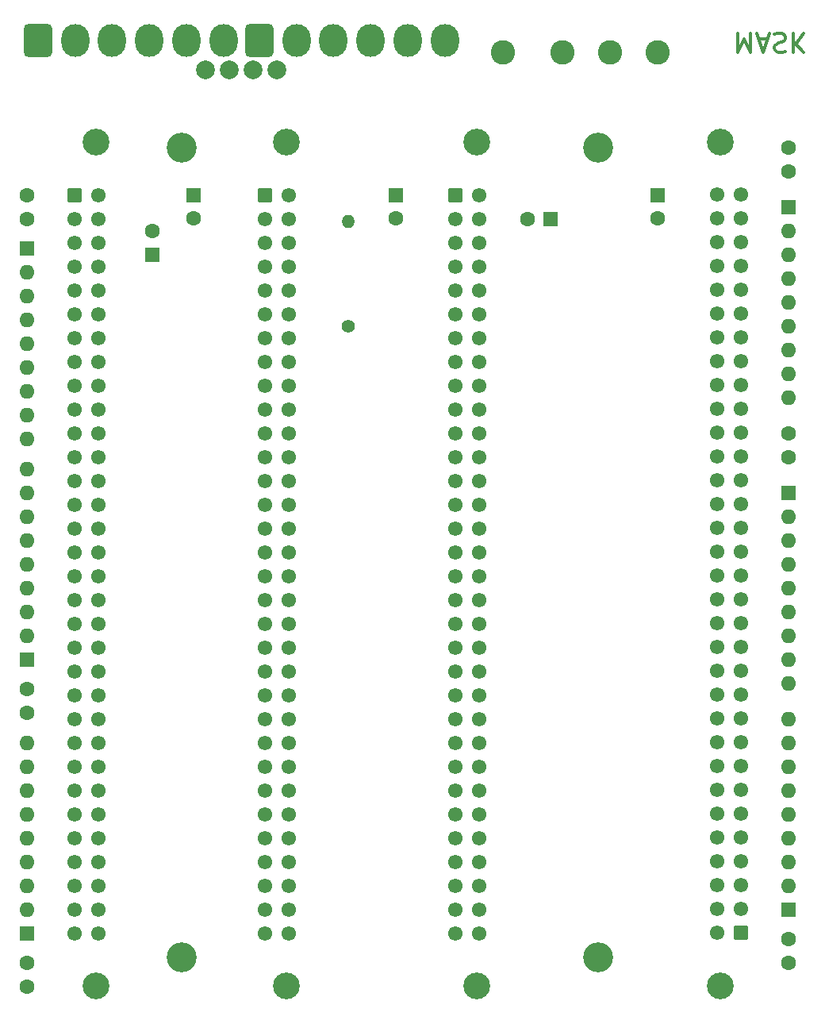
<source format=gbr>
%TF.GenerationSoftware,KiCad,Pcbnew,7.0.8+1*%
%TF.CreationDate,2023-11-05T23:31:33+01:00*%
%TF.ProjectId,QL_qplane,514c5f71-706c-4616-9e65-2e6b69636164,0.1*%
%TF.SameCoordinates,Original*%
%TF.FileFunction,Soldermask,Bot*%
%TF.FilePolarity,Negative*%
%FSLAX46Y46*%
G04 Gerber Fmt 4.6, Leading zero omitted, Abs format (unit mm)*
G04 Created by KiCad (PCBNEW 7.0.8+1) date 2023-11-05 23:31:33*
%MOMM*%
%LPD*%
G01*
G04 APERTURE LIST*
G04 Aperture macros list*
%AMRoundRect*
0 Rectangle with rounded corners*
0 $1 Rounding radius*
0 $2 $3 $4 $5 $6 $7 $8 $9 X,Y pos of 4 corners*
0 Add a 4 corners polygon primitive as box body*
4,1,4,$2,$3,$4,$5,$6,$7,$8,$9,$2,$3,0*
0 Add four circle primitives for the rounded corners*
1,1,$1+$1,$2,$3*
1,1,$1+$1,$4,$5*
1,1,$1+$1,$6,$7*
1,1,$1+$1,$8,$9*
0 Add four rect primitives between the rounded corners*
20,1,$1+$1,$2,$3,$4,$5,0*
20,1,$1+$1,$4,$5,$6,$7,0*
20,1,$1+$1,$6,$7,$8,$9,0*
20,1,$1+$1,$8,$9,$2,$3,0*%
G04 Aperture macros list end*
%ADD10C,0.300000*%
%ADD11RoundRect,0.431034X-1.068966X-1.318966X1.068966X-1.318966X1.068966X1.318966X-1.068966X1.318966X0*%
%ADD12O,3.000000X3.500000*%
%ADD13R,1.600000X1.600000*%
%ADD14O,1.600000X1.600000*%
%ADD15C,2.600000*%
%ADD16C,1.600000*%
%ADD17C,2.850000*%
%ADD18RoundRect,0.249999X-0.525001X-0.525001X0.525001X-0.525001X0.525001X0.525001X-0.525001X0.525001X0*%
%ADD19C,1.550000*%
%ADD20RoundRect,0.249999X0.525001X0.525001X-0.525001X0.525001X-0.525001X-0.525001X0.525001X-0.525001X0*%
%ADD21C,3.200000*%
%ADD22C,2.000000*%
%ADD23C,1.400000*%
%ADD24O,1.400000X1.400000*%
G04 APERTURE END LIST*
D10*
X154057558Y-45599361D02*
X154057558Y-47599361D01*
X154057558Y-47599361D02*
X154724225Y-46170790D01*
X154724225Y-46170790D02*
X155390891Y-47599361D01*
X155390891Y-47599361D02*
X155390891Y-45599361D01*
X156248034Y-46170790D02*
X157200415Y-46170790D01*
X156057558Y-45599361D02*
X156724224Y-47599361D01*
X156724224Y-47599361D02*
X157390891Y-45599361D01*
X157962320Y-45694600D02*
X158248034Y-45599361D01*
X158248034Y-45599361D02*
X158724225Y-45599361D01*
X158724225Y-45599361D02*
X158914701Y-45694600D01*
X158914701Y-45694600D02*
X159009939Y-45789838D01*
X159009939Y-45789838D02*
X159105177Y-45980314D01*
X159105177Y-45980314D02*
X159105177Y-46170790D01*
X159105177Y-46170790D02*
X159009939Y-46361266D01*
X159009939Y-46361266D02*
X158914701Y-46456504D01*
X158914701Y-46456504D02*
X158724225Y-46551742D01*
X158724225Y-46551742D02*
X158343272Y-46646980D01*
X158343272Y-46646980D02*
X158152796Y-46742219D01*
X158152796Y-46742219D02*
X158057558Y-46837457D01*
X158057558Y-46837457D02*
X157962320Y-47027933D01*
X157962320Y-47027933D02*
X157962320Y-47218409D01*
X157962320Y-47218409D02*
X158057558Y-47408885D01*
X158057558Y-47408885D02*
X158152796Y-47504123D01*
X158152796Y-47504123D02*
X158343272Y-47599361D01*
X158343272Y-47599361D02*
X158819463Y-47599361D01*
X158819463Y-47599361D02*
X159105177Y-47504123D01*
X159962320Y-45599361D02*
X159962320Y-47599361D01*
X161105177Y-45599361D02*
X160248034Y-46742219D01*
X161105177Y-47599361D02*
X159962320Y-46456504D01*
D11*
%TO.C,P8*%
X79343000Y-46355000D03*
D12*
X83305400Y-46355000D03*
X87267800Y-46355000D03*
X91230200Y-46355000D03*
X95192600Y-46355000D03*
X99155000Y-46355000D03*
%TD*%
D11*
%TO.C,P9*%
X102965000Y-46355000D03*
D12*
X106927400Y-46355000D03*
X110889800Y-46355000D03*
X114852200Y-46355000D03*
X118814600Y-46355000D03*
X122777000Y-46355000D03*
%TD*%
D13*
%TO.C,RN3*%
X78200000Y-141605000D03*
D14*
X78200000Y-139065000D03*
X78200000Y-136525000D03*
X78200000Y-133985000D03*
X78200000Y-131445000D03*
X78200000Y-128905000D03*
X78200000Y-126365000D03*
X78200000Y-123825000D03*
X78200000Y-121285000D03*
%TD*%
D15*
%TO.C,J6*%
X140430000Y-47625000D03*
%TD*%
D13*
%TO.C,C8*%
X145510000Y-62865000D03*
D16*
X145510000Y-65365000D03*
%TD*%
D13*
%TO.C,RN4*%
X159480000Y-64135000D03*
D14*
X159480000Y-66675000D03*
X159480000Y-69215000D03*
X159480000Y-71755000D03*
X159480000Y-74295000D03*
X159480000Y-76835000D03*
X159480000Y-79375000D03*
X159480000Y-81915000D03*
X159480000Y-84455000D03*
%TD*%
D16*
%TO.C,C10*%
X78200000Y-118070000D03*
X78200000Y-115570000D03*
%TD*%
D15*
%TO.C,J8*%
X135350000Y-47625000D03*
%TD*%
D17*
%TO.C,J1*%
X85520000Y-57235000D03*
X85520000Y-147235000D03*
D18*
X83280000Y-62865000D03*
D19*
X83280000Y-65405000D03*
X83280000Y-67945000D03*
X83280000Y-70485000D03*
X83280000Y-73025000D03*
X83280000Y-75565000D03*
X83280000Y-78105000D03*
X83280000Y-80645000D03*
X83280000Y-83185000D03*
X83280000Y-85725000D03*
X83280000Y-88265000D03*
X83280000Y-90805000D03*
X83280000Y-93345000D03*
X83280000Y-95885000D03*
X83280000Y-98425000D03*
X83280000Y-100965000D03*
X83280000Y-103505000D03*
X83280000Y-106045000D03*
X83280000Y-108585000D03*
X83280000Y-111125000D03*
X83280000Y-113665000D03*
X83280000Y-116205000D03*
X83280000Y-118745000D03*
X83280000Y-121285000D03*
X83280000Y-123825000D03*
X83280000Y-126365000D03*
X83280000Y-128905000D03*
X83280000Y-131445000D03*
X83280000Y-133985000D03*
X83280000Y-136525000D03*
X83280000Y-139065000D03*
X83280000Y-141605000D03*
X85820000Y-62865000D03*
X85820000Y-65405000D03*
X85820000Y-67945000D03*
X85820000Y-70485000D03*
X85820000Y-73025000D03*
X85820000Y-75565000D03*
X85820000Y-78105000D03*
X85820000Y-80645000D03*
X85820000Y-83185000D03*
X85820000Y-85725000D03*
X85820000Y-88265000D03*
X85820000Y-90805000D03*
X85820000Y-93345000D03*
X85820000Y-95885000D03*
X85820000Y-98425000D03*
X85820000Y-100965000D03*
X85820000Y-103505000D03*
X85820000Y-106045000D03*
X85820000Y-108585000D03*
X85820000Y-111125000D03*
X85820000Y-113665000D03*
X85820000Y-116205000D03*
X85820000Y-118745000D03*
X85820000Y-121285000D03*
X85820000Y-123825000D03*
X85820000Y-126365000D03*
X85820000Y-128905000D03*
X85820000Y-131445000D03*
X85820000Y-133985000D03*
X85820000Y-136525000D03*
X85820000Y-139065000D03*
X85820000Y-141605000D03*
%TD*%
D15*
%TO.C,J5*%
X129000000Y-47625000D03*
%TD*%
D16*
%TO.C,C7*%
X159480000Y-142240000D03*
X159480000Y-144740000D03*
%TD*%
%TO.C,C9*%
X78200000Y-62885000D03*
X78200000Y-65385000D03*
%TD*%
D17*
%TO.C,J4*%
X152160000Y-147184200D03*
X152160000Y-57184200D03*
D20*
X154400000Y-141554200D03*
D19*
X154400000Y-139014200D03*
X154400000Y-136474200D03*
X154400000Y-133934200D03*
X154400000Y-131394200D03*
X154400000Y-128854200D03*
X154400000Y-126314200D03*
X154400000Y-123774200D03*
X154400000Y-121234200D03*
X154400000Y-118694200D03*
X154400000Y-116154200D03*
X154400000Y-113614200D03*
X154400000Y-111074200D03*
X154400000Y-108534200D03*
X154400000Y-105994200D03*
X154400000Y-103454200D03*
X154400000Y-100914200D03*
X154400000Y-98374200D03*
X154400000Y-95834200D03*
X154400000Y-93294200D03*
X154400000Y-90754200D03*
X154400000Y-88214200D03*
X154400000Y-85674200D03*
X154400000Y-83134200D03*
X154400000Y-80594200D03*
X154400000Y-78054200D03*
X154400000Y-75514200D03*
X154400000Y-72974200D03*
X154400000Y-70434200D03*
X154400000Y-67894200D03*
X154400000Y-65354200D03*
X154400000Y-62814200D03*
X151860000Y-141554200D03*
X151860000Y-139014200D03*
X151860000Y-136474200D03*
X151860000Y-133934200D03*
X151860000Y-131394200D03*
X151860000Y-128854200D03*
X151860000Y-126314200D03*
X151860000Y-123774200D03*
X151860000Y-121234200D03*
X151860000Y-118694200D03*
X151860000Y-116154200D03*
X151860000Y-113614200D03*
X151860000Y-111074200D03*
X151860000Y-108534200D03*
X151860000Y-105994200D03*
X151860000Y-103454200D03*
X151860000Y-100914200D03*
X151860000Y-98374200D03*
X151860000Y-95834200D03*
X151860000Y-93294200D03*
X151860000Y-90754200D03*
X151860000Y-88214200D03*
X151860000Y-85674200D03*
X151860000Y-83134200D03*
X151860000Y-80594200D03*
X151860000Y-78054200D03*
X151860000Y-75514200D03*
X151860000Y-72974200D03*
X151860000Y-70434200D03*
X151860000Y-67894200D03*
X151860000Y-65354200D03*
X151860000Y-62814200D03*
%TD*%
D21*
%TO.C,H3*%
X94710000Y-57785000D03*
%TD*%
D13*
%TO.C,RN2*%
X78200000Y-112395000D03*
D14*
X78200000Y-109855000D03*
X78200000Y-107315000D03*
X78200000Y-104775000D03*
X78200000Y-102235000D03*
X78200000Y-99695000D03*
X78200000Y-97155000D03*
X78200000Y-94615000D03*
X78200000Y-92075000D03*
%TD*%
D13*
%TO.C,RN1*%
X78200000Y-68580000D03*
D14*
X78200000Y-71120000D03*
X78200000Y-73660000D03*
X78200000Y-76200000D03*
X78200000Y-78740000D03*
X78200000Y-81280000D03*
X78200000Y-83820000D03*
X78200000Y-86360000D03*
X78200000Y-88900000D03*
%TD*%
D17*
%TO.C,J3*%
X126160000Y-57235000D03*
X126160000Y-147235000D03*
D18*
X123920000Y-62865000D03*
D19*
X123920000Y-65405000D03*
X123920000Y-67945000D03*
X123920000Y-70485000D03*
X123920000Y-73025000D03*
X123920000Y-75565000D03*
X123920000Y-78105000D03*
X123920000Y-80645000D03*
X123920000Y-83185000D03*
X123920000Y-85725000D03*
X123920000Y-88265000D03*
X123920000Y-90805000D03*
X123920000Y-93345000D03*
X123920000Y-95885000D03*
X123920000Y-98425000D03*
X123920000Y-100965000D03*
X123920000Y-103505000D03*
X123920000Y-106045000D03*
X123920000Y-108585000D03*
X123920000Y-111125000D03*
X123920000Y-113665000D03*
X123920000Y-116205000D03*
X123920000Y-118745000D03*
X123920000Y-121285000D03*
X123920000Y-123825000D03*
X123920000Y-126365000D03*
X123920000Y-128905000D03*
X123920000Y-131445000D03*
X123920000Y-133985000D03*
X123920000Y-136525000D03*
X123920000Y-139065000D03*
X123920000Y-141605000D03*
X126460000Y-62865000D03*
X126460000Y-65405000D03*
X126460000Y-67945000D03*
X126460000Y-70485000D03*
X126460000Y-73025000D03*
X126460000Y-75565000D03*
X126460000Y-78105000D03*
X126460000Y-80645000D03*
X126460000Y-83185000D03*
X126460000Y-85725000D03*
X126460000Y-88265000D03*
X126460000Y-90805000D03*
X126460000Y-93345000D03*
X126460000Y-95885000D03*
X126460000Y-98425000D03*
X126460000Y-100965000D03*
X126460000Y-103505000D03*
X126460000Y-106045000D03*
X126460000Y-108585000D03*
X126460000Y-111125000D03*
X126460000Y-113665000D03*
X126460000Y-116205000D03*
X126460000Y-118745000D03*
X126460000Y-121285000D03*
X126460000Y-123825000D03*
X126460000Y-126365000D03*
X126460000Y-128905000D03*
X126460000Y-131445000D03*
X126460000Y-133985000D03*
X126460000Y-136525000D03*
X126460000Y-139065000D03*
X126460000Y-141605000D03*
%TD*%
D13*
%TO.C,C3*%
X95980000Y-62865000D03*
D16*
X95980000Y-65365000D03*
%TD*%
D22*
%TO.C,J10*%
X99790000Y-49530000D03*
%TD*%
D13*
%TO.C,RN6*%
X159480000Y-139065000D03*
D14*
X159480000Y-136525000D03*
X159480000Y-133985000D03*
X159480000Y-131445000D03*
X159480000Y-128905000D03*
X159480000Y-126365000D03*
X159480000Y-123825000D03*
X159480000Y-121285000D03*
X159480000Y-118745000D03*
%TD*%
D16*
%TO.C,C11*%
X78200000Y-144780000D03*
X78200000Y-147280000D03*
%TD*%
D23*
%TO.C,R1*%
X112490000Y-76835000D03*
D24*
X112490000Y-65659000D03*
%TD*%
D13*
%TO.C,RN5*%
X159480000Y-94615000D03*
D14*
X159480000Y-97155000D03*
X159480000Y-99695000D03*
X159480000Y-102235000D03*
X159480000Y-104775000D03*
X159480000Y-107315000D03*
X159480000Y-109855000D03*
X159480000Y-112395000D03*
X159480000Y-114935000D03*
%TD*%
D22*
%TO.C,J11*%
X102330000Y-49530000D03*
%TD*%
%TO.C,J9*%
X97250000Y-49530000D03*
%TD*%
D13*
%TO.C,C4*%
X117570000Y-62865000D03*
D16*
X117570000Y-65365000D03*
%TD*%
D17*
%TO.C,J2*%
X105840000Y-57235000D03*
X105840000Y-147235000D03*
D18*
X103600000Y-62865000D03*
D19*
X103600000Y-65405000D03*
X103600000Y-67945000D03*
X103600000Y-70485000D03*
X103600000Y-73025000D03*
X103600000Y-75565000D03*
X103600000Y-78105000D03*
X103600000Y-80645000D03*
X103600000Y-83185000D03*
X103600000Y-85725000D03*
X103600000Y-88265000D03*
X103600000Y-90805000D03*
X103600000Y-93345000D03*
X103600000Y-95885000D03*
X103600000Y-98425000D03*
X103600000Y-100965000D03*
X103600000Y-103505000D03*
X103600000Y-106045000D03*
X103600000Y-108585000D03*
X103600000Y-111125000D03*
X103600000Y-113665000D03*
X103600000Y-116205000D03*
X103600000Y-118745000D03*
X103600000Y-121285000D03*
X103600000Y-123825000D03*
X103600000Y-126365000D03*
X103600000Y-128905000D03*
X103600000Y-131445000D03*
X103600000Y-133985000D03*
X103600000Y-136525000D03*
X103600000Y-139065000D03*
X103600000Y-141605000D03*
X106140000Y-62865000D03*
X106140000Y-65405000D03*
X106140000Y-67945000D03*
X106140000Y-70485000D03*
X106140000Y-73025000D03*
X106140000Y-75565000D03*
X106140000Y-78105000D03*
X106140000Y-80645000D03*
X106140000Y-83185000D03*
X106140000Y-85725000D03*
X106140000Y-88265000D03*
X106140000Y-90805000D03*
X106140000Y-93345000D03*
X106140000Y-95885000D03*
X106140000Y-98425000D03*
X106140000Y-100965000D03*
X106140000Y-103505000D03*
X106140000Y-106045000D03*
X106140000Y-108585000D03*
X106140000Y-111125000D03*
X106140000Y-113665000D03*
X106140000Y-116205000D03*
X106140000Y-118745000D03*
X106140000Y-121285000D03*
X106140000Y-123825000D03*
X106140000Y-126365000D03*
X106140000Y-128905000D03*
X106140000Y-131445000D03*
X106140000Y-133985000D03*
X106140000Y-136525000D03*
X106140000Y-139065000D03*
X106140000Y-141605000D03*
%TD*%
D13*
%TO.C,C2*%
X134080000Y-65405000D03*
D16*
X131580000Y-65405000D03*
%TD*%
D21*
%TO.C,H1*%
X94710000Y-144145000D03*
%TD*%
D15*
%TO.C,J7*%
X145510000Y-47625000D03*
%TD*%
D16*
%TO.C,C6*%
X159480000Y-90805000D03*
X159480000Y-88305000D03*
%TD*%
D13*
%TO.C,C1*%
X91535000Y-69215000D03*
D16*
X91535000Y-66715000D03*
%TD*%
D21*
%TO.C,H4*%
X139160000Y-57785000D03*
%TD*%
%TO.C,H2*%
X139160000Y-144145000D03*
%TD*%
D22*
%TO.C,J12*%
X104870000Y-49530000D03*
%TD*%
D16*
%TO.C,C5*%
X159480000Y-60325000D03*
X159480000Y-57825000D03*
%TD*%
M02*

</source>
